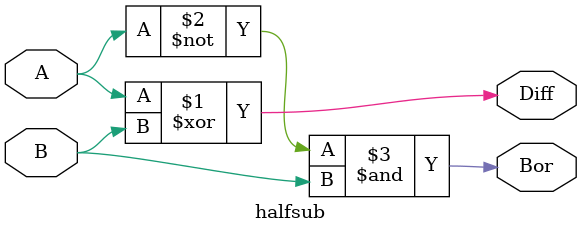
<source format=v>
`timescale 1ns / 1ps
module halfsub(A,B,Diff,Bor);
input A,B;
output Diff,Bor;
assign Diff=A^B;
assign Bor =~A&B;

endmodule

</source>
